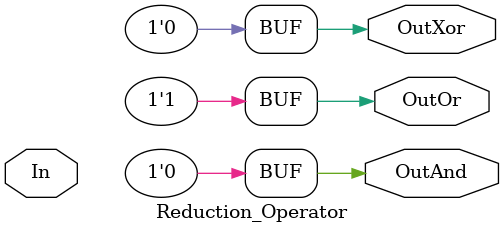
<source format=v>
`timescale 1ns / 1ps


module Reduction_Operator(OutAnd, OutOr, OutXor, In);
 input [7:0] In;
 
 output OutAnd, OutOr, OutXor;
 
 //logic
 
 assign OutAnd = & 8'b1111_1110;
 assign OutOr = | 8'b1111_1010;
 assign OutXor = ^ 8'b1010_1010;
endmodule

</source>
